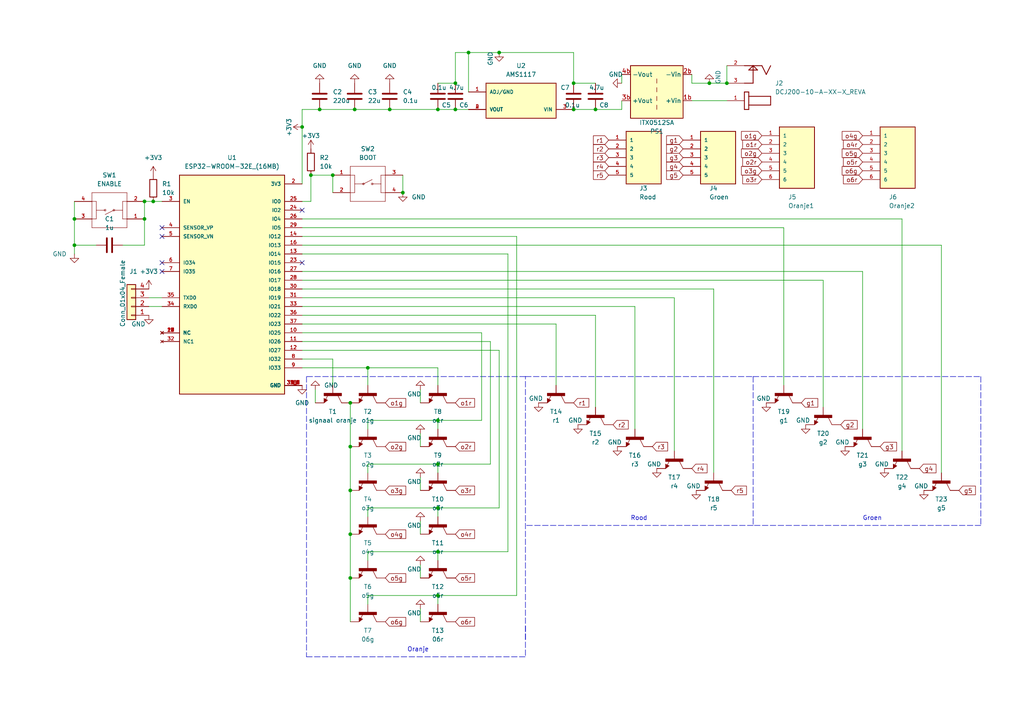
<source format=kicad_sch>
(kicad_sch (version 20211123) (generator eeschema)
  (paper "A4")
  (lib_symbols
    (symbol "1825910-6:1825910-6" (pin_names (offset 1.016) hide)
      (property "Reference" "SW" (at -5.08 5.842 0))
      (property "Value" "1825910-6" (at -5.08 -7.62 0))
      (symbol "1825910-6_0_0"
        (circle (center -1.27 0) (radius 0.254) (stroke (width 0.127)))
        (polyline (pts (xy -5.08 -5.08) (xy 5.08 -5.08)) (stroke (width 0.127)))
        (polyline (pts (xy -5.08 -2.54) (xy -5.08 -5.08)) (stroke (width 0.127)))
        (polyline (pts (xy -5.08 2.54) (xy -5.08 -2.54)) (stroke (width 0.127)))
        (polyline (pts (xy -5.08 2.54) (xy -3.81 2.54)) (stroke (width 0.127)))
        (polyline (pts (xy -5.08 5.08) (xy -5.08 2.54)) (stroke (width 0.127)))
        (polyline (pts (xy -5.08 5.08) (xy 5.08 5.08)) (stroke (width 0.127)))
        (polyline (pts (xy -3.81 -2.54) (xy -5.08 -2.54)) (stroke (width 0.127)))
        (polyline (pts (xy -3.81 0) (xy -3.81 -2.54)) (stroke (width 0.127)))
        (polyline (pts (xy -3.81 0) (xy -1.27 0)) (stroke (width 0.127)))
        (polyline (pts (xy -3.81 2.54) (xy -3.81 0)) (stroke (width 0.127)))
        (polyline (pts (xy -1.27 0) (xy 1.27 1.27)) (stroke (width 0.127)))
        (polyline (pts (xy 1.27 0) (xy 3.81 0)) (stroke (width 0.127)))
        (polyline (pts (xy 3.81 -2.54) (xy 5.08 -2.54)) (stroke (width 0.127)))
        (polyline (pts (xy 3.81 0) (xy 3.81 -2.54)) (stroke (width 0.127)))
        (polyline (pts (xy 3.81 0) (xy 3.81 2.54)) (stroke (width 0.127)))
        (polyline (pts (xy 3.81 2.54) (xy 5.08 2.54)) (stroke (width 0.127)))
        (polyline (pts (xy 5.08 -2.54) (xy 5.08 -5.08)) (stroke (width 0.127)))
        (polyline (pts (xy 5.08 2.54) (xy 5.08 -2.54)) (stroke (width 0.127)))
        (polyline (pts (xy 5.08 5.08) (xy 5.08 2.54)) (stroke (width 0.127)))
        (circle (center 1.27 0) (radius 0.254) (stroke (width 0.127)))
        (pin passive line (at -10.16 2.54 0) (length 5.08) (name "~") (number "1"))
        (pin passive line (at -10.16 -2.54 0) (length 5.08) (name "~") (number "2"))
        (pin passive line (at 10.16 2.54 180) (length 5.08) (name "~") (number "3"))
        (pin passive line (at 10.16 -2.54 180) (length 5.08) (name "~") (number "4"))
      )
    )
    (symbol "282841-5:282841-5" (pin_names (offset 1.016))
      (property "Reference" "J" (at -5.588 7.62 0))
      (property "Value" "282841-5" (at -5.08 -10.16 0))
      (symbol "282841-5_0_0"
        (rectangle (start -5.08 -7.62) (end 5.08 7.62) (stroke (width 0.254)) (fill (type background)))
        (pin passive line (at -10.16 5.08 0) (length 5.08) (name "1") (number "1"))
        (pin passive line (at -10.16 2.54 0) (length 5.08) (name "2") (number "2"))
        (pin passive line (at -10.16 0 0) (length 5.08) (name "3") (number "3"))
        (pin passive line (at -10.16 -2.54 0) (length 5.08) (name "4") (number "4"))
        (pin passive line (at -10.16 -5.08 0) (length 5.08) (name "5") (number "5"))
      )
    )
    (symbol "282841-6:282841-6" (pin_names (offset 1.016))
      (property "Reference" "J" (at -5.588 10.16 0))
      (property "Value" "282841-6" (at -5.08 -10.16 0))
      (symbol "282841-6_0_0"
        (rectangle (start -5.08 -7.62) (end 5.08 10.16) (stroke (width 0.254)) (fill (type background)))
        (pin passive line (at -10.16 7.62 0) (length 5.08) (name "1") (number "1"))
        (pin passive line (at -10.16 5.08 0) (length 5.08) (name "2") (number "2"))
        (pin passive line (at -10.16 2.54 0) (length 5.08) (name "3") (number "3"))
        (pin passive line (at -10.16 0 0) (length 5.08) (name "4") (number "4"))
        (pin passive line (at -10.16 -2.54 0) (length 5.08) (name "5") (number "5"))
        (pin passive line (at -10.16 -5.08 0) (length 5.08) (name "6") (number "6"))
      )
    )
    (symbol "AMS1117:AMS1117" (pin_names (offset 1.016))
      (property "Reference" "U" (at -10.16 5.588 0))
      (property "Value" "AMS1117" (at -10.16 -8.128 0))
      (symbol "AMS1117_0_0"
        (rectangle (start -10.16 -5.08) (end 10.16 5.08) (stroke (width 0.254)) (fill (type background)))
        (pin power_in line (at 15.24 -2.54 180) (length 5.08) (name "ADJ/GND") (number "1"))
        (pin output line (at 15.24 2.54 180) (length 5.08) (name "VOUT") (number "2"))
        (pin input line (at -15.24 2.54 0) (length 5.08) (name "VIN") (number "3"))
        (pin output line (at 15.24 2.54 180) (length 5.08) (name "VOUT") (number "4"))
      )
    )
    (symbol "BC848:BC848" (pin_numbers hide) (pin_names (offset 1.016) hide)
      (property "Reference" "T" (at -10.1854 7.6454 0))
      (property "Value" "BC848" (at -10.16 5.08 0))
      (symbol "BC848_0_0"
        (rectangle (start -0.254 -2.54) (end 0.508 2.54) (fill (type outline)))
        (polyline (pts (xy 1.27 -2.54) (xy 1.778 -1.524)) (stroke (width 0.1524)))
        (polyline (pts (xy 1.524 -2.413) (xy 2.286 -2.413)) (stroke (width 0.254)))
        (polyline (pts (xy 1.524 -2.286) (xy 1.905 -2.286)) (stroke (width 0.254)))
        (polyline (pts (xy 1.5494 -2.032) (xy 0.3048 -1.4224)) (stroke (width 0.1524)))
        (polyline (pts (xy 1.778 -1.778) (xy 1.524 -2.286)) (stroke (width 0.254)))
        (polyline (pts (xy 1.778 -1.524) (xy 2.54 -2.54)) (stroke (width 0.1524)))
        (polyline (pts (xy 1.905 -2.286) (xy 1.778 -2.032)) (stroke (width 0.254)))
        (polyline (pts (xy 2.286 -2.413) (xy 1.778 -1.778)) (stroke (width 0.254)))
        (polyline (pts (xy 2.54 -2.54) (xy 1.27 -2.54)) (stroke (width 0.1524)))
        (polyline (pts (xy 2.54 2.54) (xy 0.508 1.524)) (stroke (width 0.1524)))
        (pin passive line (at -2.54 0 0) (length 2.54) (name "~") (number "1"))
        (pin passive line (at 2.54 -5.08 90) (length 2.54) (name "~") (number "2"))
        (pin passive line (at 2.54 5.08 270) (length 2.54) (name "~") (number "3"))
      )
    )
    (symbol "Connector_Generic:Conn_01x04" (pin_names (offset 1.016) hide)
      (property "Reference" "J" (at 0 5.08 0))
      (property "Value" "Conn_01x04" (at 0 -7.62 0))
      (symbol "Conn_01x04_1_1"
        (rectangle (start -1.27 -4.953) (end 0 -5.207) (stroke (width 0.1524)))
        (rectangle (start -1.27 -2.413) (end 0 -2.667) (stroke (width 0.1524)))
        (rectangle (start -1.27 0.127) (end 0 -0.127) (stroke (width 0.1524)))
        (rectangle (start -1.27 2.667) (end 0 2.413) (stroke (width 0.1524)))
        (rectangle (start -1.27 3.81) (end 1.27 -6.35) (stroke (width 0.254)) (fill (type background)))
        (pin passive line (at -5.08 2.54 0) (length 3.81) (name "Pin_1") (number "1"))
        (pin passive line (at -5.08 0 0) (length 3.81) (name "Pin_2") (number "2"))
        (pin passive line (at -5.08 -2.54 0) (length 3.81) (name "Pin_3") (number "3"))
        (pin passive line (at -5.08 -5.08 0) (length 3.81) (name "Pin_4") (number "4"))
      )
    )
    (symbol "Converter_DCDC:ITX0512SA"
      (property "Reference" "PS1" (at 0 11.43 0))
      (property "Value" "ITX0512SA" (at 0 8.89 0))
      (symbol "ITX0512SA_0_0"
        (pin power_in line (at -10.16 2.54 0) (length 2.54) (name "+Vin") (number "1b"))
        (pin power_in line (at -10.16 -5.08 0) (length 2.54) (name "-Vin") (number "2b"))
        (pin power_out line (at 10.16 2.54 180) (length 2.54) (name "+Vout") (number "3b"))
        (pin power_out line (at 10.16 -5.08 180) (length 2.54) (name "-Vout") (number "4b"))
      )
      (symbol "ITX0512SA_0_1"
        (rectangle (start -7.62 7.62) (end 7.62 -7.62) (stroke (width 0.254)) (fill (type background)))
        (polyline (pts (xy 0 -2.54) (xy 0 -3.81)))
        (polyline (pts (xy 0 0) (xy 0 -1.27)))
        (polyline (pts (xy 0 2.54) (xy 0 1.27)))
        (polyline (pts (xy 0 5.08) (xy 0 3.81)))
      )
    )
    (symbol "DCJ200-10-A-XX-X_REVA:DCJ200-10-A-XX-X_REVA" (pin_names (offset 1.016) hide)
      (property "Reference" "J" (at -5.08 7.62 0))
      (property "Value" "DCJ200-10-A-XX-X_REVA" (at -5.08 -7.62 0))
      (symbol "DCJ200-10-A-XX-X_REVA_0_0"
        (polyline (pts (xy -5.08 3.81) (xy 1.27 3.81)) (stroke (width 0.254)))
        (polyline (pts (xy -5.08 6.35) (xy -5.08 3.81)) (stroke (width 0.254)))
        (polyline (pts (xy -3.81 -2.54) (xy -5.08 -5.08)) (stroke (width 0.254)))
        (polyline (pts (xy -2.54 -5.08) (xy -3.81 -2.54)) (stroke (width 0.254)))
        (polyline (pts (xy -1.27 -3.81) (xy 1.27 -3.81)) (stroke (width 0.254)))
        (polyline (pts (xy 0 -5.08) (xy -2.54 -5.08)) (stroke (width 0.254)))
        (polyline (pts (xy 0 -5.08) (xy -1.27 -3.81)) (stroke (width 0.254)))
        (polyline (pts (xy 0 0) (xy 0 -5.08)) (stroke (width 0.254)))
        (polyline (pts (xy 1.27 -3.81) (xy 0 -5.08)) (stroke (width 0.254)))
        (polyline (pts (xy 1.27 2.54) (xy 2.54 2.54)) (stroke (width 0.254)))
        (polyline (pts (xy 1.27 3.81) (xy 1.27 2.54)) (stroke (width 0.254)))
        (polyline (pts (xy 1.27 6.35) (xy -5.08 6.35)) (stroke (width 0.254)))
        (polyline (pts (xy 1.27 6.35) (xy 1.27 3.81)) (stroke (width 0.254)))
        (polyline (pts (xy 1.27 7.62) (xy 1.27 6.35)) (stroke (width 0.254)))
        (polyline (pts (xy 2.54 -5.08) (xy 0 -5.08)) (stroke (width 0.254)))
        (polyline (pts (xy 2.54 0) (xy 0 0)) (stroke (width 0.254)))
        (polyline (pts (xy 2.54 2.54) (xy 2.54 7.62)) (stroke (width 0.254)))
        (polyline (pts (xy 2.54 7.62) (xy 1.27 7.62)) (stroke (width 0.254)))
        (pin passive line (at 7.62 5.08 180) (length 5.08) (name "~") (number "1"))
        (pin passive line (at 7.62 -5.08 180) (length 5.08) (name "~") (number "2"))
        (pin passive line (at 7.62 0 180) (length 5.08) (name "~") (number "3"))
      )
    )
    (symbol "Device:C" (pin_numbers hide) (pin_names (offset 0.254))
      (property "Reference" "C" (at 0.635 2.54 0))
      (property "Value" "C" (at 0.635 -2.54 0))
      (symbol "C_0_1"
        (polyline (pts (xy -2.032 -0.762) (xy 2.032 -0.762)) (stroke (width 0.508)))
        (polyline (pts (xy -2.032 0.762) (xy 2.032 0.762)) (stroke (width 0.508)))
      )
      (symbol "C_1_1"
        (pin passive line (at 0 3.81 270) (length 2.794) (name "~") (number "1"))
        (pin passive line (at 0 -3.81 90) (length 2.794) (name "~") (number "2"))
      )
    )
    (symbol "Device:R" (pin_numbers hide) (pin_names (offset 0))
      (property "Reference" "R" (at 2.032 0 90))
      (property "Value" "R" (at 0 0 90))
      (symbol "R_0_1"
        (rectangle (start -1.016 -2.54) (end 1.016 2.54) (stroke (width 0.254)))
      )
      (symbol "R_1_1"
        (pin passive line (at 0 3.81 270) (length 1.27) (name "~") (number "1"))
        (pin passive line (at 0 -3.81 90) (length 1.27) (name "~") (number "2"))
      )
    )
    (symbol "ESP32-WROOM-32E__16MB_:ESP32-WROOM-32E_(16MB)" (pin_names (offset 1.016))
      (property "Reference" "U" (at -15.24 33.909 0))
      (property "Value" "ESP32-WROOM-32E_(16MB)" (at -15.24 -33.02 0))
      (symbol "ESP32-WROOM-32E_(16MB)_0_0"
        (rectangle (start -15.24 -30.48) (end 15.24 33.02) (stroke (width 0.254)) (fill (type background)))
        (pin power_in line (at 20.32 -27.94 180) (length 5.08) (name "GND") (number "1"))
        (pin bidirectional line (at 20.32 -12.7 180) (length 5.08) (name "IO25") (number "10"))
        (pin bidirectional line (at 20.32 -15.24 180) (length 5.08) (name "IO26") (number "11"))
        (pin bidirectional line (at 20.32 -17.78 180) (length 5.08) (name "IO27") (number "12"))
        (pin bidirectional line (at 20.32 10.16 180) (length 5.08) (name "IO14") (number "13"))
        (pin bidirectional line (at 20.32 15.24 180) (length 5.08) (name "IO12") (number "14"))
        (pin power_in line (at 20.32 -27.94 180) (length 5.08) (name "GND") (number "15"))
        (pin bidirectional line (at 20.32 12.7 180) (length 5.08) (name "IO13") (number "16"))
        (pin no_connect line (at -20.32 -12.7 0) (length 5.08) (name "NC") (number "17"))
        (pin no_connect line (at -20.32 -12.7 0) (length 5.08) (name "NC") (number "18"))
        (pin no_connect line (at -20.32 -12.7 0) (length 5.08) (name "NC") (number "19"))
        (pin power_in line (at 20.32 30.48 180) (length 5.08) (name "3V3") (number "2"))
        (pin no_connect line (at -20.32 -12.7 0) (length 5.08) (name "NC") (number "20"))
        (pin no_connect line (at -20.32 -12.7 0) (length 5.08) (name "NC") (number "21"))
        (pin no_connect line (at -20.32 -12.7 0) (length 5.08) (name "NC") (number "22"))
        (pin bidirectional line (at 20.32 7.62 180) (length 5.08) (name "IO15") (number "23"))
        (pin bidirectional line (at 20.32 22.86 180) (length 5.08) (name "IO2") (number "24"))
        (pin bidirectional line (at 20.32 25.4 180) (length 5.08) (name "IO0") (number "25"))
        (pin bidirectional line (at 20.32 20.32 180) (length 5.08) (name "IO4") (number "26"))
        (pin bidirectional line (at 20.32 5.08 180) (length 5.08) (name "IO16") (number "27"))
        (pin bidirectional line (at 20.32 2.54 180) (length 5.08) (name "IO17") (number "28"))
        (pin bidirectional line (at 20.32 17.78 180) (length 5.08) (name "IO5") (number "29"))
        (pin input line (at -20.32 25.4 0) (length 5.08) (name "EN") (number "3"))
        (pin bidirectional line (at 20.32 0 180) (length 5.08) (name "IO18") (number "30"))
        (pin bidirectional line (at 20.32 -2.54 180) (length 5.08) (name "IO19") (number "31"))
        (pin no_connect line (at -20.32 -15.24 0) (length 5.08) (name "NC1") (number "32"))
        (pin bidirectional line (at 20.32 -5.08 180) (length 5.08) (name "IO21") (number "33"))
        (pin bidirectional line (at -20.32 -5.08 0) (length 5.08) (name "RXD0") (number "34"))
        (pin bidirectional line (at -20.32 -2.54 0) (length 5.08) (name "TXD0") (number "35"))
        (pin bidirectional line (at 20.32 -7.62 180) (length 5.08) (name "IO22") (number "36"))
        (pin bidirectional line (at 20.32 -10.16 180) (length 5.08) (name "IO23") (number "37"))
        (pin power_in line (at 20.32 -27.94 180) (length 5.08) (name "GND") (number "38"))
        (pin power_in line (at 20.32 -27.94 180) (length 5.08) (name "GND") (number "39_1"))
        (pin power_in line (at 20.32 -27.94 180) (length 5.08) (name "GND") (number "39_2"))
        (pin power_in line (at 20.32 -27.94 180) (length 5.08) (name "GND") (number "39_3"))
        (pin power_in line (at 20.32 -27.94 180) (length 5.08) (name "GND") (number "39_4"))
        (pin power_in line (at 20.32 -27.94 180) (length 5.08) (name "GND") (number "39_5"))
        (pin power_in line (at 20.32 -27.94 180) (length 5.08) (name "GND") (number "39_6"))
        (pin power_in line (at 20.32 -27.94 180) (length 5.08) (name "GND") (number "39_7"))
        (pin power_in line (at 20.32 -27.94 180) (length 5.08) (name "GND") (number "39_8"))
        (pin power_in line (at 20.32 -27.94 180) (length 5.08) (name "GND") (number "39_9"))
        (pin input line (at -20.32 17.78 0) (length 5.08) (name "SENSOR_VP") (number "4"))
        (pin input line (at -20.32 15.24 0) (length 5.08) (name "SENSOR_VN") (number "5"))
        (pin input line (at -20.32 7.62 0) (length 5.08) (name "IO34") (number "6"))
        (pin input line (at -20.32 5.08 0) (length 5.08) (name "IO35") (number "7"))
        (pin bidirectional line (at 20.32 -20.32 180) (length 5.08) (name "IO32") (number "8"))
        (pin bidirectional line (at 20.32 -22.86 180) (length 5.08) (name "IO33") (number "9"))
      )
    )
    (symbol "power:+3V3" (power) (pin_names (offset 0))
      (property "Value" "+3V3" (at 0 3.556 0))
      (symbol "+3V3_0_1"
        (polyline (pts (xy -0.762 1.27) (xy 0 2.54)))
        (polyline (pts (xy 0 0) (xy 0 2.54)))
        (polyline (pts (xy 0 2.54) (xy 0.762 1.27)))
      )
      (symbol "+3V3_1_1"
        (pin power_in line (at 0 0 90) (length 0) hide (name "+3V3") (number "1"))
      )
    )
    (symbol "power:GND" (power) (pin_names (offset 0))
      (property "Value" "GND" (at 0 -3.81 0))
      (symbol "GND_0_1"
        (polyline (pts (xy 0 0) (xy 0 -1.27) (xy 1.27 -1.27) (xy 0 -2.54) (xy -1.27 -1.27) (xy 0 -1.27)))
      )
      (symbol "GND_1_1"
        (pin power_in line (at 0 0 270) (length 0) hide (name "GND") (number "1"))
      )
    )
  )
  (junction (at 135.89 15.24))
  (junction (at 96.52 50.8))
  (junction (at 101.6 154.94))
  (junction (at 101.6 167.64))
  (junction (at 132.08 24.13))
  (junction (at 210.82 24.13))
  (junction (at 21.59 63.5))
  (junction (at 166.37 31.75))
  (junction (at 41.91 63.5))
  (junction (at 127 147.32))
  (junction (at 166.37 24.13))
  (junction (at 87.63 36.83))
  (junction (at 102.87 31.75))
  (junction (at 127 121.92))
  (junction (at 90.17 50.8))
  (junction (at 132.08 31.75))
  (junction (at 44.45 58.42))
  (junction (at 127 160.02))
  (junction (at 113.03 31.75))
  (junction (at 205.74 24.13))
  (junction (at 172.72 31.75))
  (junction (at 101.6 142.24))
  (junction (at 144.78 15.24))
  (junction (at 127 172.72))
  (junction (at 101.6 129.54))
  (junction (at 127 134.62))
  (junction (at 116.84 55.88))
  (junction (at 101.6 116.84))
  (junction (at 21.59 71.12))
  (junction (at 127 31.75))
  (junction (at 41.91 58.42))
  (junction (at 92.71 31.75))
  (junction (at 106.68 106.68))
  (no_connect (at 87.63 60.96))
  (no_connect (at 87.63 76.2))
  (no_connect (at 46.99 66.04))
  (no_connect (at 46.99 68.58))
  (no_connect (at 46.99 78.74))
  (no_connect (at 46.99 76.2))
  (wire (pts (xy 180.34 21.59) (xy 180.34 24.13)))
  (polyline (pts (xy 152.4 181.61) (xy 152.4 190.5)))
  (wire (pts (xy 139.7 96.52) (xy 139.7 121.92)))
  (wire (pts (xy 87.63 31.75) (xy 87.63 36.83)))
  (wire (pts (xy 101.6 142.24) (xy 101.6 154.94)))
  (polyline (pts (xy 152.4 185.42) (xy 152.4 109.22)))
  (wire (pts (xy 41.91 71.12) (xy 41.91 63.5)))
  (wire (pts (xy 238.76 81.28) (xy 87.63 81.28)))
  (wire (pts (xy 227.33 111.76) (xy 227.33 66.04)))
  (wire (pts (xy 116.84 50.8) (xy 116.84 55.88)))
  (wire (pts (xy 101.6 129.54) (xy 101.6 142.24)))
  (wire (pts (xy 43.18 86.36) (xy 46.99 86.36)))
  (wire (pts (xy 273.05 137.16) (xy 273.05 71.12)))
  (wire (pts (xy 127 147.32) (xy 144.78 147.32)))
  (wire (pts (xy 121.92 151.13) (xy 121.92 154.94)))
  (wire (pts (xy 127 111.76) (xy 127 106.68)))
  (polyline (pts (xy 284.48 152.4) (xy 218.44 152.4)))
  (wire (pts (xy 106.68 106.68) (xy 87.63 106.68)))
  (wire (pts (xy 261.62 63.5) (xy 87.63 63.5)))
  (wire (pts (xy 127 31.75) (xy 132.08 31.75)))
  (wire (pts (xy 106.68 149.86) (xy 106.68 147.32)))
  (wire (pts (xy 121.92 138.43) (xy 121.92 142.24)))
  (wire (pts (xy 166.37 24.13) (xy 172.72 24.13)))
  (wire (pts (xy 121.92 163.83) (xy 121.92 167.64)))
  (wire (pts (xy 135.89 15.24) (xy 135.89 26.67)))
  (wire (pts (xy 261.62 130.81) (xy 261.62 63.5)))
  (wire (pts (xy 106.68 175.26) (xy 106.68 172.72)))
  (wire (pts (xy 144.78 101.6) (xy 144.78 147.32)))
  (wire (pts (xy 166.37 15.24) (xy 144.78 15.24)))
  (wire (pts (xy 127 121.92) (xy 139.7 121.92)))
  (wire (pts (xy 113.03 31.75) (xy 127 31.75)))
  (wire (pts (xy 91.44 113.03) (xy 91.44 116.84)))
  (wire (pts (xy 161.29 93.98) (xy 161.29 111.76)))
  (wire (pts (xy 106.68 162.56) (xy 106.68 160.02)))
  (wire (pts (xy 127 172.72) (xy 127 175.26)))
  (polyline (pts (xy 88.9 109.22) (xy 88.9 190.5)))
  (wire (pts (xy 227.33 66.04) (xy 87.63 66.04)))
  (wire (pts (xy 180.34 31.75) (xy 172.72 31.75)))
  (wire (pts (xy 87.63 93.98) (xy 161.29 93.98)))
  (wire (pts (xy 101.6 116.84) (xy 101.6 129.54)))
  (wire (pts (xy 106.68 124.46) (xy 106.68 121.92)))
  (wire (pts (xy 135.89 15.24) (xy 132.08 15.24)))
  (wire (pts (xy 87.63 99.06) (xy 142.24 99.06)))
  (wire (pts (xy 147.32 73.66) (xy 147.32 160.02)))
  (wire (pts (xy 144.78 15.24) (xy 135.89 15.24)))
  (wire (pts (xy 21.59 71.12) (xy 27.94 71.12)))
  (wire (pts (xy 149.86 68.58) (xy 149.86 172.72)))
  (wire (pts (xy 87.63 101.6) (xy 144.78 101.6)))
  (wire (pts (xy 87.63 96.52) (xy 139.7 96.52)))
  (wire (pts (xy 273.05 71.12) (xy 87.63 71.12)))
  (wire (pts (xy 121.92 176.53) (xy 121.92 180.34)))
  (wire (pts (xy 207.01 137.16) (xy 207.01 83.82)))
  (wire (pts (xy 21.59 63.5) (xy 21.59 71.12)))
  (wire (pts (xy 87.63 31.75) (xy 92.71 31.75)))
  (wire (pts (xy 102.87 31.75) (xy 113.03 31.75)))
  (wire (pts (xy 44.45 58.42) (xy 46.99 58.42)))
  (wire (pts (xy 41.91 58.42) (xy 44.45 58.42)))
  (wire (pts (xy 21.59 71.12) (xy 21.59 73.66)))
  (wire (pts (xy 200.66 29.21) (xy 210.82 29.21)))
  (wire (pts (xy 250.19 78.74) (xy 87.63 78.74)))
  (wire (pts (xy 210.82 19.05) (xy 210.82 24.13)))
  (wire (pts (xy 207.01 83.82) (xy 87.63 83.82)))
  (wire (pts (xy 90.17 50.8) (xy 96.52 50.8)))
  (wire (pts (xy 195.58 130.81) (xy 195.58 86.36)))
  (wire (pts (xy 87.63 73.66) (xy 147.32 73.66)))
  (wire (pts (xy 127 24.13) (xy 132.08 24.13)))
  (wire (pts (xy 87.63 91.44) (xy 172.72 91.44)))
  (wire (pts (xy 127 121.92) (xy 127 124.46)))
  (wire (pts (xy 132.08 31.75) (xy 135.89 31.75)))
  (wire (pts (xy 106.68 137.16) (xy 106.68 134.62)))
  (polyline (pts (xy 152.4 109.22) (xy 218.44 109.22)))
  (wire (pts (xy 90.17 50.8) (xy 90.17 58.42)))
  (polyline (pts (xy 152.4 109.22) (xy 88.9 109.22)))
  (wire (pts (xy 121.92 113.03) (xy 121.92 116.84)))
  (wire (pts (xy 96.52 104.14) (xy 96.52 111.76)))
  (wire (pts (xy 106.68 147.32) (xy 127 147.32)))
  (wire (pts (xy 101.6 167.64) (xy 101.6 180.34)))
  (wire (pts (xy 184.15 88.9) (xy 87.63 88.9)))
  (wire (pts (xy 172.72 91.44) (xy 172.72 118.11)))
  (wire (pts (xy 238.76 118.11) (xy 238.76 81.28)))
  (wire (pts (xy 106.68 121.92) (xy 127 121.92)))
  (wire (pts (xy 106.68 160.02) (xy 127 160.02)))
  (wire (pts (xy 41.91 63.5) (xy 41.91 58.42)))
  (wire (pts (xy 127 106.68) (xy 106.68 106.68)))
  (wire (pts (xy 205.74 24.13) (xy 200.66 24.13)))
  (polyline (pts (xy 284.48 109.22) (xy 284.48 152.4)))
  (wire (pts (xy 90.17 58.42) (xy 87.63 58.42)))
  (wire (pts (xy 106.68 134.62) (xy 127 134.62)))
  (wire (pts (xy 195.58 86.36) (xy 87.63 86.36)))
  (wire (pts (xy 127 134.62) (xy 127 137.16)))
  (wire (pts (xy 87.63 104.14) (xy 96.52 104.14)))
  (wire (pts (xy 121.92 125.73) (xy 121.92 129.54)))
  (wire (pts (xy 87.63 36.83) (xy 87.63 53.34)))
  (wire (pts (xy 21.59 63.5) (xy 21.59 58.42)))
  (wire (pts (xy 142.24 99.06) (xy 142.24 134.62)))
  (wire (pts (xy 101.6 154.94) (xy 101.6 167.64)))
  (wire (pts (xy 172.72 31.75) (xy 166.37 31.75)))
  (wire (pts (xy 43.18 88.9) (xy 46.99 88.9)))
  (wire (pts (xy 200.66 24.13) (xy 200.66 21.59)))
  (wire (pts (xy 132.08 15.24) (xy 132.08 24.13)))
  (wire (pts (xy 127 160.02) (xy 127 162.56)))
  (polyline (pts (xy 218.44 109.22) (xy 218.44 152.4)))
  (polyline (pts (xy 218.44 109.22) (xy 284.48 109.22)))
  (wire (pts (xy 127 147.32) (xy 127 149.86)))
  (wire (pts (xy 35.56 71.12) (xy 41.91 71.12)))
  (wire (pts (xy 180.34 29.21) (xy 180.34 31.75)))
  (wire (pts (xy 106.68 106.68) (xy 106.68 111.76)))
  (wire (pts (xy 96.52 50.8) (xy 96.52 55.88)))
  (wire (pts (xy 127 160.02) (xy 147.32 160.02)))
  (polyline (pts (xy 218.44 152.4) (xy 152.4 152.4)))
  (wire (pts (xy 184.15 124.46) (xy 184.15 88.9)))
  (wire (pts (xy 166.37 24.13) (xy 166.37 15.24)))
  (wire (pts (xy 106.68 172.72) (xy 127 172.72)))
  (wire (pts (xy 87.63 68.58) (xy 149.86 68.58)))
  (wire (pts (xy 127 134.62) (xy 142.24 134.62)))
  (polyline (pts (xy 88.9 190.5) (xy 152.4 190.5)))
  (wire (pts (xy 149.86 172.72) (xy 127 172.72)))
  (wire (pts (xy 92.71 31.75) (xy 102.87 31.75)))
  (wire (pts (xy 250.19 124.46) (xy 250.19 78.74)))
  (wire (pts (xy 205.74 24.13) (xy 210.82 24.13)))
  (text "Oranje" (at 118.11 189.23 0) (effects (font (size 1.27 1.27)) (justify left bottom)))
  (text "Groen" (at 250.19 151.13 0) (effects (font (size 1.27 1.27)) (justify left bottom)))
  (text "Rood" (at 182.88 151.13 0) (effects (font (size 1.27 1.27)) (justify left bottom)))
  (global_label "g2" (shape input) (at 198.12 43.18 180) (property "Intersheet References" "${INTERSHEET_REFS}" (effects hide)))
  (global_label "r1" (shape input) (at 166.37 116.84 0) (property "Intersheet References" "${INTERSHEET_REFS}" (effects hide)))
  (global_label "o5g" (shape input) (at 111.76 167.64 0) (property "Intersheet References" "${INTERSHEET_REFS}" (effects hide)))
  (global_label "o3r" (shape input) (at 132.08 142.24 0) (property "Intersheet References" "${INTERSHEET_REFS}" (effects hide)))
  (global_label "o2r" (shape input) (at 132.08 129.54 0) (property "Intersheet References" "${INTERSHEET_REFS}" (effects hide)))
  (global_label "g4" (shape input) (at 266.7 135.89 0) (property "Intersheet References" "${INTERSHEET_REFS}" (effects hide)))
  (global_label "o1r" (shape input) (at 220.98 41.91 180) (property "Intersheet References" "${INTERSHEET_REFS}" (effects hide)))
  (global_label "r5" (shape input) (at 176.53 50.8 180) (property "Intersheet References" "${INTERSHEET_REFS}" (effects hide)))
  (global_label "o4g" (shape input) (at 111.76 154.94 0) (property "Intersheet References" "${INTERSHEET_REFS}" (effects hide)))
  (global_label "g5" (shape input) (at 198.12 50.8 180) (property "Intersheet References" "${INTERSHEET_REFS}" (effects hide)))
  (global_label "g1" (shape input) (at 232.41 116.84 0) (property "Intersheet References" "${INTERSHEET_REFS}" (effects hide)))
  (global_label "o2r" (shape input) (at 220.98 46.99 180) (property "Intersheet References" "${INTERSHEET_REFS}" (effects hide)))
  (global_label "o2g" (shape input) (at 111.76 129.54 0) (property "Intersheet References" "${INTERSHEET_REFS}" (effects hide)))
  (global_label "o6g" (shape input) (at 111.76 180.34 0) (property "Intersheet References" "${INTERSHEET_REFS}" (effects hide)))
  (global_label "o3r" (shape input) (at 220.98 52.07 180) (property "Intersheet References" "${INTERSHEET_REFS}" (effects hide)))
  (global_label "o5r" (shape input) (at 250.19 46.99 180) (property "Intersheet References" "${INTERSHEET_REFS}" (effects hide)))
  (global_label "o6r" (shape input) (at 250.19 52.07 180) (property "Intersheet References" "${INTERSHEET_REFS}" (effects hide)))
  (global_label "o5r" (shape input) (at 132.08 167.64 0) (property "Intersheet References" "${INTERSHEET_REFS}" (effects hide)))
  (global_label "g4" (shape input) (at 198.12 48.26 180) (property "Intersheet References" "${INTERSHEET_REFS}" (effects hide)))
  (global_label "o2g" (shape input) (at 220.98 44.45 180) (property "Intersheet References" "${INTERSHEET_REFS}" (effects hide)))
  (global_label "g3" (shape input) (at 255.27 129.54 0) (property "Intersheet References" "${INTERSHEET_REFS}" (effects hide)))
  (global_label "r1" (shape input) (at 176.53 40.64 180) (property "Intersheet References" "${INTERSHEET_REFS}" (effects hide)))
  (global_label "r4" (shape input) (at 200.66 135.89 0) (property "Intersheet References" "${INTERSHEET_REFS}" (effects hide)))
  (global_label "g3" (shape input) (at 198.12 45.72 180) (property "Intersheet References" "${INTERSHEET_REFS}" (effects hide)))
  (global_label "o4g" (shape input) (at 250.19 39.37 180) (property "Intersheet References" "${INTERSHEET_REFS}" (effects hide)))
  (global_label "o4r" (shape input) (at 132.08 154.94 0) (property "Intersheet References" "${INTERSHEET_REFS}" (effects hide)))
  (global_label "r5" (shape input) (at 212.09 142.24 0) (property "Intersheet References" "${INTERSHEET_REFS}" (effects hide)))
  (global_label "o6r" (shape input) (at 132.08 180.34 0) (property "Intersheet References" "${INTERSHEET_REFS}" (effects hide)))
  (global_label "o1r" (shape input) (at 132.08 116.84 0) (property "Intersheet References" "${INTERSHEET_REFS}" (effects hide)))
  (global_label "g2" (shape input) (at 243.84 123.19 0) (property "Intersheet References" "${INTERSHEET_REFS}" (effects hide)))
  (global_label "o3g" (shape input) (at 111.76 142.24 0) (property "Intersheet References" "${INTERSHEET_REFS}" (effects hide)))
  (global_label "o1g" (shape input) (at 111.76 116.84 0) (property "Intersheet References" "${INTERSHEET_REFS}" (effects hide)))
  (global_label "r2" (shape input) (at 176.53 43.18 180) (property "Intersheet References" "${INTERSHEET_REFS}" (effects hide)))
  (global_label "r3" (shape input) (at 176.53 45.72 180) (property "Intersheet References" "${INTERSHEET_REFS}" (effects hide)))
  (global_label "r4" (shape input) (at 176.53 48.26 180) (property "Intersheet References" "${INTERSHEET_REFS}" (effects hide)))
  (global_label "o6g" (shape input) (at 250.19 49.53 180) (property "Intersheet References" "${INTERSHEET_REFS}" (effects hide)))
  (global_label "o5g" (shape input) (at 250.19 44.45 180) (property "Intersheet References" "${INTERSHEET_REFS}" (effects hide)))
  (global_label "r2" (shape input) (at 177.8 123.19 0) (property "Intersheet References" "${INTERSHEET_REFS}" (effects hide)))
  (global_label "r3" (shape input) (at 189.23 129.54 0) (property "Intersheet References" "${INTERSHEET_REFS}" (effects hide)))
  (global_label "o3g" (shape input) (at 220.98 49.53 180) (property "Intersheet References" "${INTERSHEET_REFS}" (effects hide)))
  (global_label "o4r" (shape input) (at 250.19 41.91 180) (property "Intersheet References" "${INTERSHEET_REFS}" (effects hide)))
  (global_label "g1" (shape input) (at 198.12 40.64 180) (property "Intersheet References" "${INTERSHEET_REFS}" (effects hide)))
  (global_label "o1g" (shape input) (at 220.98 39.37 180) (property "Intersheet References" "${INTERSHEET_REFS}" (effects hide)))
  (global_label "g5" (shape input) (at 278.13 142.24 0) (property "Intersheet References" "${INTERSHEET_REFS}" (effects hide)))
  (symbol (lib_id "power:GND") (at 121.92 151.13 180) (unit 1)
    (property "Reference" "#PWR0111" (effects hide))
    (property "Value" "GND" (at 118.11 152.4 0) (effects (justify right)))
  )
  (symbol (lib_id "power:GND") (at 222.25 116.84 0) (unit 1)
    (property "Reference" "#PWR0121" (effects hide))
    (property "Value" "GND" (at 223.52 115.57 0) (effects (justify right)))
  )
  (symbol (lib_id "BC848:BC848") (at 127 114.3 270) (unit 1)
    (property "Reference" "T8" (at 127 119.38 90))
    (property "Value" "o1r" (at 127 121.92 90))
    (property "Footprint" "libraries:SOT23" (effects hide))
  )
  (symbol (lib_id "power:GND") (at 267.97 142.24 0) (unit 1)
    (property "Reference" "#PWR0116" (effects hide))
    (property "Value" "GND" (at 269.24 140.97 0) (effects (justify right)))
  )
  (symbol (lib_id "power:GND") (at 121.92 176.53 180) (unit 1)
    (property "Reference" "#PWR0114" (effects hide))
    (property "Value" "GND" (at 118.11 177.8 0) (effects (justify right)))
  )
  (symbol (lib_id "BC848:BC848") (at 127 177.8 270) (unit 1)
    (property "Reference" "T13" (at 127 182.88 90))
    (property "Value" "06r" (at 127 185.42 90))
    (property "Footprint" "libraries:SOT23" (effects hide))
  )
  (symbol (lib_id "power:GND") (at 233.68 123.19 0) (unit 1)
    (property "Reference" "#PWR0120" (effects hide))
    (property "Value" "GND" (at 234.95 121.92 0) (effects (justify right)))
  )
  (symbol (lib_id "power:+3V3") (at 44.45 50.8 0) (unit 1)
    (property "Reference" "#PWR0129" (effects hide))
    (property "Value" "+3V3" (at 44.45 45.72 0))
  )
  (symbol (lib_id "DCJ200-10-A-XX-X_REVA:DCJ200-10-A-XX-X_REVA") (at 218.44 24.13 180) (unit 1)
    (property "Reference" "J2" (at 224.79 24.1299 0) (effects (justify right)))
    (property "Value" "DCJ200-10-A-XX-X_REVA" (at 224.79 26.6699 0) (effects (justify right)))
    (property "Footprint" "libraries:GCT_DCJ200-10-A-XX-X_REVA" (effects hide))
    (property "MANUFACTURER" "GCT" (effects hide))
  )
  (symbol (lib_id "power:GND") (at 156.21 116.84 0) (unit 1)
    (property "Reference" "#PWR0125" (effects hide))
    (property "Value" "GND" (at 157.48 115.57 0) (effects (justify right)))
  )
  (symbol (lib_id "BC848:BC848") (at 238.76 120.65 270) (unit 1)
    (property "Reference" "T20" (at 238.76 125.73 90))
    (property "Value" "g2" (at 238.76 128.27 90))
    (property "Footprint" "libraries:SOT23" (effects hide))
  )
  (symbol (lib_id "power:GND") (at 102.87 24.13 180) (unit 1)
    (property "Reference" "#PWR0101" (effects hide))
    (property "Value" "GND" (at 102.87 19.05 0))
  )
  (symbol (lib_id "power:GND") (at 205.74 24.13 180) (unit 1)
    (property "Reference" "#PWR0131" (effects hide))
    (property "Value" "GND" (at 208.28 20.32 90) (effects (justify left)))
  )
  (symbol (lib_id "282841-6:282841-6") (at 260.35 46.99 0) (unit 1)
    (property "Reference" "J6" (at 257.81 57.15 0) (effects (justify left)))
    (property "Value" "Oranje2" (at 257.81 59.69 0) (effects (justify left)))
    (property "Footprint" "libraries:TE_1546215-6" (effects hide))
    (property "Comment" "282841-6" (effects hide))
    (property "EU_RoHS_Compliance" "Compliant with Exemptions" (effects hide))
  )
  (symbol (lib_id "power:GND") (at 87.63 111.76 0) (unit 1)
    (property "Reference" "#PWR0105" (effects hide))
    (property "Value" "GND" (at 87.63 116.84 0))
  )
  (symbol (lib_id "BC848:BC848") (at 184.15 127 270) (unit 1)
    (property "Reference" "T16" (at 184.15 132.08 90))
    (property "Value" "r3" (at 184.15 134.62 90))
    (property "Footprint" "libraries:SOT23" (effects hide))
  )
  (symbol (lib_id "ESP32-WROOM-32E__16MB_:ESP32-WROOM-32E_(16MB)") (at 67.31 83.82 0) (unit 1)
    (property "Reference" "U1" (at 67.31 45.72 0))
    (property "Value" "ESP32-WROOM-32E_(16MB)" (at 67.31 48.26 0))
    (property "Footprint" "libraries:XCVR_ESP32-WROOM-32E_(16MB)" (effects hide))
    (property "PARTREV" "1.4" (effects hide))
    (property "STANDARD" "Manufacturer Recommendations" (effects hide))
    (property "MAXIMUM_PACKAGE_HEIGHT" "3.25mm" (effects hide))
    (property "MANUFACTURER" "Espressif Systems" (effects hide))
  )
  (symbol (lib_id "BC848:BC848") (at 172.72 120.65 270) (unit 1)
    (property "Reference" "T15" (at 172.72 125.73 90))
    (property "Value" "r2" (at 172.72 128.27 90))
    (property "Footprint" "libraries:SOT23" (effects hide))
  )
  (symbol (lib_id "282841-5:282841-5") (at 186.69 45.72 0) (unit 1)
    (property "Reference" "J3" (at 185.42 54.61 0) (effects (justify left)))
    (property "Value" "Rood" (at 185.42 57.15 0) (effects (justify left)))
    (property "Footprint" "libraries:TE_1546215-5" (effects hide))
    (property "Comment" "282841-5" (effects hide))
  )
  (symbol (lib_id "BC848:BC848") (at 106.68 165.1 270) (unit 1)
    (property "Reference" "T6" (at 106.68 170.18 90))
    (property "Value" "o5g" (at 106.68 172.72 90))
    (property "Footprint" "libraries:SOT23" (effects hide))
  )
  (symbol (lib_id "BC848:BC848") (at 273.05 139.7 270) (unit 1)
    (property "Reference" "T23" (at 273.05 144.78 90))
    (property "Value" "g5" (at 273.05 147.32 90))
    (property "Footprint" "libraries:SOT23" (effects hide))
  )
  (symbol (lib_id "BC848:BC848") (at 106.68 139.7 270) (unit 1)
    (property "Reference" "T4" (at 106.68 144.78 90))
    (property "Value" "o3g" (at 106.68 147.32 90))
    (property "Footprint" "libraries:SOT23" (effects hide))
  )
  (symbol (lib_id "1825910-6:1825910-6") (at 31.75 60.96 180) (unit 1)
    (property "Reference" "SW1" (at 31.75 50.8 0))
    (property "Value" "ENABLE" (at 31.75 53.34 0))
    (property "Footprint" "libraries:SW_1825910-6-4" (effects hide))
    (property "Comment" "1825910-6" (effects hide))
  )
  (symbol (lib_id "power:GND") (at 43.18 91.44 0) (unit 1)
    (property "Reference" "#PWR0124" (effects hide))
    (property "Value" "GND" (at 38.1 93.98 0) (effects (justify left)))
  )
  (symbol (lib_id "Device:C") (at 92.71 27.94 180) (unit 1)
    (property "Reference" "C2" (at 96.52 26.6699 0) (effects (justify right)))
    (property "Value" "220u" (at 96.52 29.2099 0) (effects (justify right)))
    (property "Footprint" "libraries:CAP_EEE0JA101WR" (effects hide))
  )
  (symbol (lib_id "BC848:BC848") (at 106.68 177.8 270) (unit 1)
    (property "Reference" "T7" (at 106.68 182.88 90))
    (property "Value" "06g" (at 106.68 185.42 90))
    (property "Footprint" "libraries:SOT23" (effects hide))
  )
  (symbol (lib_id "1825910-6:1825910-6") (at 106.68 53.34 0) (unit 1)
    (property "Reference" "SW2" (at 106.68 43.18 0))
    (property "Value" "BOOT" (at 106.68 45.72 0))
    (property "Footprint" "libraries:SW_1825910-6-4" (effects hide))
    (property "Comment" "1825910-6" (effects hide))
  )
  (symbol (lib_id "Device:C") (at 172.72 27.94 180) (unit 1)
    (property "Reference" "C8" (at 176.53 30.48 0) (effects (justify left)))
    (property "Value" "4.7u" (at 175.26 25.4 0) (effects (justify left)))
    (property "Footprint" "Capacitor_SMD:C_0805_2012Metric" (effects hide))
  )
  (symbol (lib_id "power:GND") (at 121.92 113.03 180) (unit 1)
    (property "Reference" "#PWR0109" (effects hide))
    (property "Value" "GND" (at 118.11 114.3 0) (effects (justify right)))
  )
  (symbol (lib_id "power:GND") (at 121.92 138.43 180) (unit 1)
    (property "Reference" "#PWR0110" (effects hide))
    (property "Value" "GND" (at 118.11 139.7 0) (effects (justify right)))
  )
  (symbol (lib_id "AMS1117:AMS1117") (at 151.13 29.21 180) (unit 1)
    (property "Reference" "U2" (at 151.13 19.05 0))
    (property "Value" "AMS1117" (at 151.13 21.59 0))
    (property "Footprint" "libraries:SOT229P700X180-4N" (effects hide))
    (property "MANUFACTURER" "AMS" (effects hide))
    (property "MAXIMUM_PACKAGE_HEIGHT" "1.8mm" (effects hide))
    (property "PARTREV" "N/A" (effects hide))
    (property "STANDARD" "IPC-7351B" (effects hide))
  )
  (symbol (lib_id "282841-6:282841-6") (at 231.14 46.99 0) (unit 1)
    (property "Reference" "J5" (at 228.6 57.15 0) (effects (justify left)))
    (property "Value" "Oranje1" (at 228.6 59.69 0) (effects (justify left)))
    (property "Footprint" "libraries:TE_1546215-6" (effects hide))
    (property "Comment" "282841-6" (effects hide))
    (property "EU_RoHS_Compliance" "Compliant with Exemptions" (effects hide))
  )
  (symbol (lib_id "power:GND") (at 167.64 123.19 0) (unit 1)
    (property "Reference" "#PWR0126" (effects hide))
    (property "Value" "GND" (at 168.91 121.92 0) (effects (justify right)))
  )
  (symbol (lib_id "power:GND") (at 21.59 73.66 0) (unit 1)
    (property "Reference" "#PWR0128" (effects hide))
    (property "Value" "GND" (at 15.24 73.66 0) (effects (justify left)))
  )
  (symbol (lib_id "power:GND") (at 256.54 135.89 0) (unit 1)
    (property "Reference" "#PWR0115" (effects hide))
    (property "Value" "GND" (at 257.81 134.62 0) (effects (justify right)))
  )
  (symbol (lib_id "Device:C") (at 102.87 27.94 180) (unit 1)
    (property "Reference" "C3" (at 106.68 26.6699 0) (effects (justify right)))
    (property "Value" "22u" (at 106.68 29.2099 0) (effects (justify right)))
    (property "Footprint" "Capacitor_SMD:C_0805_2012Metric" (effects hide))
  )
  (symbol (lib_id "Connector_Generic:Conn_01x04") (at 38.1 88.9 180) (unit 1)
    (property "Reference" "J1" (at 38.735 78.74 0))
    (property "Value" "Conn_01x04_Female" (at 35.56 85.09 90))
    (property "Footprint" "Connector_PinHeader_2.54mm:PinHeader_1x04_P2.54mm_Vertical" (effects hide))
  )
  (symbol (lib_id "282841-5:282841-5") (at 208.28 45.72 0) (unit 1)
    (property "Reference" "J4" (at 205.74 54.61 0) (effects (justify left)))
    (property "Value" "Groen" (at 205.74 57.15 0) (effects (justify left)))
    (property "Footprint" "libraries:TE_1546215-5" (effects hide))
    (property "Comment" "282841-5" (effects hide))
  )
  (symbol (lib_id "power:+3V3") (at 90.17 43.18 0) (unit 1)
    (property "Reference" "#PWR0106" (effects hide))
    (property "Value" "+3V3" (at 90.17 39.37 0))
  )
  (symbol (lib_id "Device:C") (at 166.37 27.94 0) (unit 1)
    (property "Reference" "C7" (at 162.56 25.4 0) (effects (justify left)))
    (property "Value" "0.1u" (at 163.83 30.48 0) (effects (justify left)))
    (property "Footprint" "Capacitor_SMD:C_0805_2012Metric" (effects hide))
  )
  (symbol (lib_id "BC848:BC848") (at 106.68 127 270) (unit 1)
    (property "Reference" "T3" (at 106.68 132.08 90))
    (property "Value" "o2g" (at 106.68 134.62 90))
    (property "Footprint" "libraries:SOT23" (effects hide))
  )
  (symbol (lib_id "BC848:BC848") (at 227.33 114.3 270) (unit 1)
    (property "Reference" "T19" (at 227.33 119.38 90))
    (property "Value" "g1" (at 227.33 121.92 90))
    (property "Footprint" "libraries:SOT23" (effects hide))
  )
  (symbol (lib_id "Device:C") (at 127 27.94 180) (unit 1)
    (property "Reference" "C5" (at 130.81 30.48 0) (effects (justify left)))
    (property "Value" "0.1u" (at 129.54 25.4 0) (effects (justify left)))
    (property "Footprint" "Capacitor_SMD:C_0805_2012Metric" (effects hide))
  )
  (symbol (lib_id "power:+3V3") (at 87.63 36.83 90) (unit 1)
    (property "Reference" "#PWR0122" (effects hide))
    (property "Value" "+3V3" (at 83.82 34.29 0) (effects (justify right)))
  )
  (symbol (lib_id "power:GND") (at 121.92 163.83 180) (unit 1)
    (property "Reference" "#PWR0113" (effects hide))
    (property "Value" "GND" (at 118.11 165.1 0) (effects (justify right)))
  )
  (symbol (lib_id "BC848:BC848") (at 207.01 139.7 270) (unit 1)
    (property "Reference" "T18" (at 207.01 144.78 90))
    (property "Value" "r5" (at 207.01 147.32 90))
    (property "Footprint" "libraries:SOT23" (effects hide))
  )
  (symbol (lib_id "power:+3V3") (at 43.18 83.82 0) (unit 1)
    (property "Reference" "#PWR0123" (effects hide))
    (property "Value" "+3V3" (at 43.18 78.74 0))
  )
  (symbol (lib_id "power:GND") (at 245.11 129.54 0) (unit 1)
    (property "Reference" "#PWR0117" (effects hide))
    (property "Value" "GND" (at 246.38 128.27 0) (effects (justify right)))
  )
  (symbol (lib_id "Device:C") (at 31.75 71.12 90) (unit 1)
    (property "Reference" "C1" (at 31.75 63.5 90))
    (property "Value" "1u" (at 31.75 66.04 90))
    (property "Footprint" "Capacitor_SMD:C_0805_2012Metric" (effects hide))
  )
  (symbol (lib_id "power:GND") (at 190.5 135.89 0) (unit 1)
    (property "Reference" "#PWR0118" (effects hide))
    (property "Value" "GND" (at 191.77 134.62 0) (effects (justify right)))
  )
  (symbol (lib_id "power:GND") (at 201.93 142.24 0) (unit 1)
    (property "Reference" "#PWR0127" (effects hide))
    (property "Value" "GND" (at 203.2 140.97 0) (effects (justify right)))
  )
  (symbol (lib_id "Device:R") (at 44.45 54.61 0) (unit 1)
    (property "Reference" "R1" (at 46.99 53.3399 0) (effects (justify left)))
    (property "Value" "10k" (at 46.99 55.8799 0) (effects (justify left)))
    (property "Footprint" "Resistor_SMD:R_0805_2012Metric" (effects hide))
  )
  (symbol (lib_id "BC848:BC848") (at 127 127 270) (unit 1)
    (property "Reference" "T9" (at 127 132.08 90))
    (property "Value" "o2r" (at 127 134.62 90))
    (property "Footprint" "libraries:SOT23" (effects hide))
  )
  (symbol (lib_id "BC848:BC848") (at 127 165.1 270) (unit 1)
    (property "Reference" "T12" (at 127 170.18 90))
    (property "Value" "o5r" (at 127 172.72 90))
    (property "Footprint" "libraries:SOT23" (effects hide))
  )
  (symbol (lib_id "Converter_DCDC:ITX0512SA") (at 190.5 26.67 180) (unit 1)
    (property "Reference" "PS1" (at 190.5 38.1 0))
    (property "Value" "ITX0512SA" (at 190.5 35.56 0))
    (property "Footprint" "libraries:Buck Converter" (effects hide))
  )
  (symbol (lib_id "power:GND") (at 113.03 24.13 180) (unit 1)
    (property "Reference" "#PWR0102" (effects hide))
    (property "Value" "GND" (at 113.03 19.05 0))
  )
  (symbol (lib_id "power:GND") (at 91.44 113.03 180) (unit 1)
    (property "Reference" "#PWR0108" (effects hide))
    (property "Value" "GND" (at 93.98 111.7599 0) (effects (justify right)))
  )
  (symbol (lib_id "Device:R") (at 90.17 46.99 0) (unit 1)
    (property "Reference" "R2" (at 92.71 45.7199 0) (effects (justify left)))
    (property "Value" "10k" (at 92.71 48.2599 0) (effects (justify left)))
    (property "Footprint" "Resistor_SMD:R_0805_2012Metric" (effects hide))
  )
  (symbol (lib_id "Device:C") (at 132.08 27.94 180) (unit 1)
    (property "Reference" "C6" (at 135.89 30.48 0) (effects (justify left)))
    (property "Value" "4.7u" (at 134.62 25.4 0) (effects (justify left)))
    (property "Footprint" "Capacitor_SMD:C_0805_2012Metric" (effects hide))
  )
  (symbol (lib_id "BC848:BC848") (at 195.58 133.35 270) (unit 1)
    (property "Reference" "T17" (at 195.58 138.43 90))
    (property "Value" "r4" (at 195.58 140.97 90))
    (property "Footprint" "libraries:SOT23" (effects hide))
  )
  (symbol (lib_id "power:GND") (at 179.07 129.54 0) (unit 1)
    (property "Reference" "#PWR0119" (effects hide))
    (property "Value" "GND" (at 180.34 128.27 0) (effects (justify right)))
  )
  (symbol (lib_id "power:GND") (at 144.78 15.24 0) (unit 1)
    (property "Reference" "#PWR0130" (effects hide))
    (property "Value" "GND" (at 142.24 19.05 90) (effects (justify left)))
  )
  (symbol (lib_id "BC848:BC848") (at 96.52 114.3 270) (unit 1)
    (property "Reference" "T1" (at 96.52 119.38 90))
    (property "Value" "signaal oranje" (at 96.52 121.92 90))
    (property "Footprint" "libraries:SOT23" (effects hide))
  )
  (symbol (lib_id "power:GND") (at 92.71 24.13 180) (unit 1)
    (property "Reference" "#PWR0104" (effects hide))
    (property "Value" "GND" (at 92.71 19.05 0))
  )
  (symbol (lib_id "BC848:BC848") (at 106.68 152.4 270) (unit 1)
    (property "Reference" "T5" (at 106.68 157.48 90))
    (property "Value" "o4g" (at 106.68 160.02 90))
    (property "Footprint" "libraries:SOT23" (effects hide))
  )
  (symbol (lib_id "power:GND") (at 121.92 125.73 180) (unit 1)
    (property "Reference" "#PWR0112" (effects hide))
    (property "Value" "GND" (at 118.11 127 0) (effects (justify right)))
  )
  (symbol (lib_id "power:GND") (at 180.34 24.13 270) (unit 1)
    (property "Reference" "#PWR0107" (effects hide))
    (property "Value" "GND" (at 176.53 21.59 90) (effects (justify left)))
  )
  (symbol (lib_id "power:GND") (at 116.84 55.88 0) (unit 1)
    (property "Reference" "#PWR0103" (effects hide))
    (property "Value" "GND" (at 119.38 57.1499 0) (effects (justify left)))
  )
  (symbol (lib_id "BC848:BC848") (at 127 152.4 270) (unit 1)
    (property "Reference" "T11" (at 127 157.48 90))
    (property "Value" "o4r" (at 127 160.02 90))
    (property "Footprint" "libraries:SOT23" (effects hide))
  )
  (symbol (lib_id "BC848:BC848") (at 250.19 127 270) (unit 1)
    (property "Reference" "T21" (at 250.19 132.08 90))
    (property "Value" "g3" (at 250.19 134.62 90))
    (property "Footprint" "libraries:SOT23" (effects hide))
  )
  (symbol (lib_id "Device:C") (at 113.03 27.94 180) (unit 1)
    (property "Reference" "C4" (at 116.84 26.6699 0) (effects (justify right)))
    (property "Value" "0.1u" (at 116.84 29.21 0) (effects (justify right)))
    (property "Footprint" "Capacitor_SMD:C_0805_2012Metric" (effects hide))
  )
  (symbol (lib_id "BC848:BC848") (at 261.62 133.35 270) (unit 1)
    (property "Reference" "T22" (at 261.62 138.43 90))
    (property "Value" "g4" (at 261.62 140.97 90))
    (property "Footprint" "libraries:SOT23" (effects hide))
  )
  (symbol (lib_id "BC848:BC848") (at 161.29 114.3 270) (unit 1)
    (property "Reference" "T14" (at 161.29 119.38 90))
    (property "Value" "r1" (at 161.29 121.92 90))
    (property "Footprint" "libraries:SOT23" (effects hide))
  )
  (symbol (lib_id "BC848:BC848") (at 106.68 114.3 270) (unit 1)
    (property "Reference" "T2" (at 106.68 119.38 90))
    (property "Value" "o1g" (at 106.68 121.92 90))
    (property "Footprint" "libraries:SOT23" (effects hide))
  )
  (symbol (lib_id "BC848:BC848") (at 127 139.7 270) (unit 1)
    (property "Reference" "T10" (at 127 144.78 90))
    (property "Value" "o3r" (at 127 147.32 90))
    (property "Footprint" "libraries:SOT23" (effects hide))
  )
)
</source>
